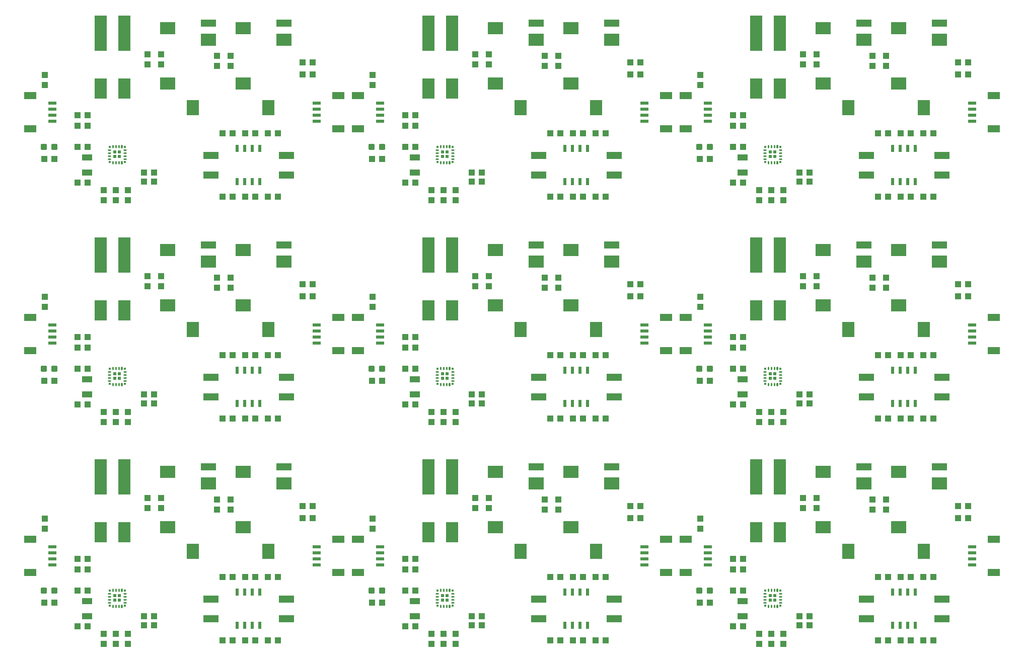
<source format=gtp>
G75*
%MOIN*%
%OFA0B0*%
%FSLAX25Y25*%
%IPPOS*%
%LPD*%
%AMOC8*
5,1,8,0,0,1.08239X$1,22.5*
%
%ADD10R,0.04331X0.03937*%
%ADD11R,0.03937X0.04331*%
%ADD12R,0.09843X0.04724*%
%ADD13C,0.01181*%
%ADD14R,0.09843X0.07874*%
%ADD15R,0.07874X0.09843*%
%ADD16R,0.07874X0.13780*%
%ADD17R,0.07874X0.23622*%
%ADD18R,0.07874X0.04724*%
%ADD19R,0.05315X0.02362*%
%ADD20C,0.01047*%
%ADD21R,0.01339X0.01339*%
%ADD22R,0.02264X0.02315*%
%ADD23R,0.02252X0.02406*%
%ADD24R,0.02390X0.02402*%
%ADD25R,0.02417X0.02339*%
%ADD26R,0.02362X0.04724*%
%ADD27R,0.07087X0.03937*%
D10*
X0065154Y0062250D03*
X0071846Y0062250D03*
X0049846Y0077750D03*
X0043154Y0077750D03*
X0065154Y0085750D03*
X0071846Y0085750D03*
X0071846Y0099750D03*
X0065154Y0099750D03*
X0065154Y0106750D03*
X0071846Y0106750D03*
X0109154Y0068750D03*
X0109154Y0062750D03*
X0115846Y0062750D03*
X0115846Y0068750D03*
X0161154Y0052750D03*
X0167846Y0052750D03*
X0176154Y0052750D03*
X0182846Y0052750D03*
X0191154Y0052750D03*
X0197846Y0052750D03*
X0197846Y0094750D03*
X0191154Y0094750D03*
X0182846Y0094750D03*
X0176154Y0094750D03*
X0167846Y0094750D03*
X0161154Y0094750D03*
X0214154Y0133750D03*
X0220846Y0133750D03*
X0220846Y0141750D03*
X0214154Y0141750D03*
X0282154Y0106750D03*
X0288846Y0106750D03*
X0288846Y0099750D03*
X0282154Y0099750D03*
X0282154Y0085750D03*
X0288846Y0085750D03*
X0266846Y0077750D03*
X0260154Y0077750D03*
X0282154Y0062250D03*
X0288846Y0062250D03*
X0326154Y0062750D03*
X0326154Y0068750D03*
X0332846Y0068750D03*
X0332846Y0062750D03*
X0378154Y0052750D03*
X0384846Y0052750D03*
X0393154Y0052750D03*
X0399846Y0052750D03*
X0408154Y0052750D03*
X0414846Y0052750D03*
X0414846Y0094750D03*
X0408154Y0094750D03*
X0399846Y0094750D03*
X0393154Y0094750D03*
X0384846Y0094750D03*
X0378154Y0094750D03*
X0431154Y0133750D03*
X0437846Y0133750D03*
X0437846Y0141750D03*
X0431154Y0141750D03*
X0499154Y0106750D03*
X0505846Y0106750D03*
X0505846Y0099750D03*
X0499154Y0099750D03*
X0499154Y0085750D03*
X0505846Y0085750D03*
X0483846Y0077750D03*
X0477154Y0077750D03*
X0499154Y0062250D03*
X0505846Y0062250D03*
X0543154Y0062750D03*
X0543154Y0068750D03*
X0549846Y0068750D03*
X0549846Y0062750D03*
X0595154Y0052750D03*
X0601846Y0052750D03*
X0610154Y0052750D03*
X0616846Y0052750D03*
X0625154Y0052750D03*
X0631846Y0052750D03*
X0631846Y0094750D03*
X0625154Y0094750D03*
X0616846Y0094750D03*
X0610154Y0094750D03*
X0601846Y0094750D03*
X0595154Y0094750D03*
X0648154Y0133750D03*
X0654846Y0133750D03*
X0654846Y0141750D03*
X0648154Y0141750D03*
X0631846Y0199750D03*
X0625154Y0199750D03*
X0616846Y0199750D03*
X0610154Y0199750D03*
X0601846Y0199750D03*
X0595154Y0199750D03*
X0549846Y0209750D03*
X0549846Y0215750D03*
X0543154Y0215750D03*
X0543154Y0209750D03*
X0505846Y0209250D03*
X0499154Y0209250D03*
X0483846Y0224750D03*
X0477154Y0224750D03*
X0499154Y0232750D03*
X0505846Y0232750D03*
X0505846Y0246750D03*
X0499154Y0246750D03*
X0499154Y0253750D03*
X0505846Y0253750D03*
X0437846Y0280750D03*
X0431154Y0280750D03*
X0431154Y0288750D03*
X0437846Y0288750D03*
X0414846Y0241750D03*
X0408154Y0241750D03*
X0399846Y0241750D03*
X0393154Y0241750D03*
X0384846Y0241750D03*
X0378154Y0241750D03*
X0332846Y0215750D03*
X0332846Y0209750D03*
X0326154Y0209750D03*
X0326154Y0215750D03*
X0288846Y0209250D03*
X0282154Y0209250D03*
X0266846Y0224750D03*
X0260154Y0224750D03*
X0282154Y0232750D03*
X0288846Y0232750D03*
X0288846Y0246750D03*
X0282154Y0246750D03*
X0282154Y0253750D03*
X0288846Y0253750D03*
X0220846Y0280750D03*
X0214154Y0280750D03*
X0214154Y0288750D03*
X0220846Y0288750D03*
X0197846Y0241750D03*
X0191154Y0241750D03*
X0182846Y0241750D03*
X0176154Y0241750D03*
X0167846Y0241750D03*
X0161154Y0241750D03*
X0115846Y0215750D03*
X0115846Y0209750D03*
X0109154Y0209750D03*
X0109154Y0215750D03*
X0071846Y0209250D03*
X0065154Y0209250D03*
X0049846Y0224750D03*
X0043154Y0224750D03*
X0065154Y0232750D03*
X0071846Y0232750D03*
X0071846Y0246750D03*
X0065154Y0246750D03*
X0065154Y0253750D03*
X0071846Y0253750D03*
X0161154Y0199750D03*
X0167846Y0199750D03*
X0176154Y0199750D03*
X0182846Y0199750D03*
X0191154Y0199750D03*
X0197846Y0199750D03*
X0378154Y0199750D03*
X0384846Y0199750D03*
X0393154Y0199750D03*
X0399846Y0199750D03*
X0408154Y0199750D03*
X0414846Y0199750D03*
X0595154Y0241750D03*
X0601846Y0241750D03*
X0610154Y0241750D03*
X0616846Y0241750D03*
X0625154Y0241750D03*
X0631846Y0241750D03*
X0648154Y0280750D03*
X0654846Y0280750D03*
X0654846Y0288750D03*
X0648154Y0288750D03*
X0631846Y0346750D03*
X0625154Y0346750D03*
X0616846Y0346750D03*
X0610154Y0346750D03*
X0601846Y0346750D03*
X0595154Y0346750D03*
X0549846Y0356750D03*
X0549846Y0362750D03*
X0543154Y0362750D03*
X0543154Y0356750D03*
X0505846Y0356250D03*
X0499154Y0356250D03*
X0483846Y0371750D03*
X0477154Y0371750D03*
X0499154Y0379750D03*
X0505846Y0379750D03*
X0505846Y0393750D03*
X0499154Y0393750D03*
X0499154Y0400750D03*
X0505846Y0400750D03*
X0437846Y0427750D03*
X0431154Y0427750D03*
X0431154Y0435750D03*
X0437846Y0435750D03*
X0414846Y0388750D03*
X0408154Y0388750D03*
X0399846Y0388750D03*
X0393154Y0388750D03*
X0384846Y0388750D03*
X0378154Y0388750D03*
X0332846Y0362750D03*
X0332846Y0356750D03*
X0326154Y0356750D03*
X0326154Y0362750D03*
X0288846Y0356250D03*
X0282154Y0356250D03*
X0266846Y0371750D03*
X0260154Y0371750D03*
X0282154Y0379750D03*
X0288846Y0379750D03*
X0288846Y0393750D03*
X0282154Y0393750D03*
X0282154Y0400750D03*
X0288846Y0400750D03*
X0220846Y0427750D03*
X0214154Y0427750D03*
X0214154Y0435750D03*
X0220846Y0435750D03*
X0197846Y0388750D03*
X0191154Y0388750D03*
X0182846Y0388750D03*
X0176154Y0388750D03*
X0167846Y0388750D03*
X0161154Y0388750D03*
X0115846Y0362750D03*
X0115846Y0356750D03*
X0109154Y0356750D03*
X0109154Y0362750D03*
X0071846Y0356250D03*
X0065154Y0356250D03*
X0049846Y0371750D03*
X0043154Y0371750D03*
X0065154Y0379750D03*
X0071846Y0379750D03*
X0071846Y0393750D03*
X0065154Y0393750D03*
X0065154Y0400750D03*
X0071846Y0400750D03*
X0161154Y0346750D03*
X0167846Y0346750D03*
X0176154Y0346750D03*
X0182846Y0346750D03*
X0191154Y0346750D03*
X0197846Y0346750D03*
X0378154Y0346750D03*
X0384846Y0346750D03*
X0393154Y0346750D03*
X0399846Y0346750D03*
X0408154Y0346750D03*
X0414846Y0346750D03*
X0595154Y0388750D03*
X0601846Y0388750D03*
X0610154Y0388750D03*
X0616846Y0388750D03*
X0625154Y0388750D03*
X0631846Y0388750D03*
X0648154Y0427750D03*
X0654846Y0427750D03*
X0654846Y0435750D03*
X0648154Y0435750D03*
D11*
X0600500Y0433404D03*
X0600500Y0440096D03*
X0591500Y0440096D03*
X0591500Y0433404D03*
X0554500Y0434404D03*
X0554500Y0441096D03*
X0545500Y0441096D03*
X0545500Y0434404D03*
X0477500Y0427596D03*
X0477500Y0420904D03*
X0516500Y0351096D03*
X0516500Y0344404D03*
X0524500Y0344404D03*
X0524500Y0351096D03*
X0532500Y0351096D03*
X0532500Y0344404D03*
X0545500Y0294096D03*
X0545500Y0287404D03*
X0554500Y0287404D03*
X0554500Y0294096D03*
X0591500Y0293096D03*
X0591500Y0286404D03*
X0600500Y0286404D03*
X0600500Y0293096D03*
X0532500Y0204096D03*
X0532500Y0197404D03*
X0524500Y0197404D03*
X0524500Y0204096D03*
X0516500Y0204096D03*
X0516500Y0197404D03*
X0545500Y0147096D03*
X0545500Y0140404D03*
X0554500Y0140404D03*
X0554500Y0147096D03*
X0591500Y0146096D03*
X0591500Y0139404D03*
X0600500Y0139404D03*
X0600500Y0146096D03*
X0532500Y0057096D03*
X0532500Y0050404D03*
X0524500Y0050404D03*
X0524500Y0057096D03*
X0516500Y0057096D03*
X0516500Y0050404D03*
X0477500Y0126904D03*
X0477500Y0133596D03*
X0383500Y0139404D03*
X0383500Y0146096D03*
X0374500Y0146096D03*
X0374500Y0139404D03*
X0337500Y0140404D03*
X0337500Y0147096D03*
X0328500Y0147096D03*
X0328500Y0140404D03*
X0260500Y0133596D03*
X0260500Y0126904D03*
X0299500Y0057096D03*
X0299500Y0050404D03*
X0307500Y0050404D03*
X0307500Y0057096D03*
X0315500Y0057096D03*
X0315500Y0050404D03*
X0166500Y0139404D03*
X0166500Y0146096D03*
X0157500Y0146096D03*
X0157500Y0139404D03*
X0120500Y0140404D03*
X0120500Y0147096D03*
X0111500Y0147096D03*
X0111500Y0140404D03*
X0043500Y0133596D03*
X0043500Y0126904D03*
X0082500Y0057096D03*
X0082500Y0050404D03*
X0090500Y0050404D03*
X0090500Y0057096D03*
X0098500Y0057096D03*
X0098500Y0050404D03*
X0098500Y0197404D03*
X0098500Y0204096D03*
X0090500Y0204096D03*
X0090500Y0197404D03*
X0082500Y0197404D03*
X0082500Y0204096D03*
X0043500Y0273904D03*
X0043500Y0280596D03*
X0111500Y0287404D03*
X0111500Y0294096D03*
X0120500Y0294096D03*
X0120500Y0287404D03*
X0157500Y0286404D03*
X0157500Y0293096D03*
X0166500Y0293096D03*
X0166500Y0286404D03*
X0098500Y0344404D03*
X0098500Y0351096D03*
X0090500Y0351096D03*
X0090500Y0344404D03*
X0082500Y0344404D03*
X0082500Y0351096D03*
X0043500Y0420904D03*
X0043500Y0427596D03*
X0111500Y0434404D03*
X0111500Y0441096D03*
X0120500Y0441096D03*
X0120500Y0434404D03*
X0157500Y0433404D03*
X0157500Y0440096D03*
X0166500Y0440096D03*
X0166500Y0433404D03*
X0260500Y0427596D03*
X0260500Y0420904D03*
X0328500Y0434404D03*
X0328500Y0441096D03*
X0337500Y0441096D03*
X0337500Y0434404D03*
X0374500Y0433404D03*
X0374500Y0440096D03*
X0383500Y0440096D03*
X0383500Y0433404D03*
X0315500Y0351096D03*
X0315500Y0344404D03*
X0307500Y0344404D03*
X0307500Y0351096D03*
X0299500Y0351096D03*
X0299500Y0344404D03*
X0328500Y0294096D03*
X0328500Y0287404D03*
X0337500Y0287404D03*
X0337500Y0294096D03*
X0374500Y0293096D03*
X0374500Y0286404D03*
X0383500Y0286404D03*
X0383500Y0293096D03*
X0477500Y0280596D03*
X0477500Y0273904D03*
X0315500Y0204096D03*
X0315500Y0197404D03*
X0307500Y0197404D03*
X0307500Y0204096D03*
X0299500Y0204096D03*
X0299500Y0197404D03*
X0260500Y0273904D03*
X0260500Y0280596D03*
D12*
X0202083Y0314844D03*
X0152083Y0314844D03*
X0153500Y0361254D03*
X0153500Y0374246D03*
X0203500Y0374246D03*
X0203500Y0361254D03*
X0202083Y0461844D03*
X0152083Y0461844D03*
X0369083Y0461844D03*
X0419083Y0461844D03*
X0420500Y0374246D03*
X0420500Y0361254D03*
X0370500Y0361254D03*
X0370500Y0374246D03*
X0369083Y0314844D03*
X0419083Y0314844D03*
X0420500Y0227246D03*
X0420500Y0214254D03*
X0370500Y0214254D03*
X0370500Y0227246D03*
X0369083Y0167844D03*
X0419083Y0167844D03*
X0420500Y0080246D03*
X0420500Y0067254D03*
X0370500Y0067254D03*
X0370500Y0080246D03*
X0203500Y0080246D03*
X0203500Y0067254D03*
X0153500Y0067254D03*
X0153500Y0080246D03*
X0152083Y0167844D03*
X0202083Y0167844D03*
X0203500Y0214254D03*
X0203500Y0227246D03*
X0153500Y0227246D03*
X0153500Y0214254D03*
X0587500Y0214254D03*
X0587500Y0227246D03*
X0637500Y0227246D03*
X0637500Y0214254D03*
X0636083Y0167844D03*
X0586083Y0167844D03*
X0587500Y0080246D03*
X0587500Y0067254D03*
X0637500Y0067254D03*
X0637500Y0080246D03*
X0636083Y0314844D03*
X0586083Y0314844D03*
X0587500Y0361254D03*
X0587500Y0374246D03*
X0637500Y0374246D03*
X0637500Y0361254D03*
X0636083Y0461844D03*
X0586083Y0461844D03*
D13*
X0485331Y0381128D02*
X0485331Y0378372D01*
X0482575Y0378372D01*
X0482575Y0381128D01*
X0485331Y0381128D01*
X0485331Y0379494D02*
X0482575Y0379494D01*
X0482575Y0380616D02*
X0485331Y0380616D01*
X0478425Y0381128D02*
X0478425Y0378372D01*
X0475669Y0378372D01*
X0475669Y0381128D01*
X0478425Y0381128D01*
X0478425Y0379494D02*
X0475669Y0379494D01*
X0475669Y0380616D02*
X0478425Y0380616D01*
X0478425Y0234128D02*
X0478425Y0231372D01*
X0475669Y0231372D01*
X0475669Y0234128D01*
X0478425Y0234128D01*
X0478425Y0232494D02*
X0475669Y0232494D01*
X0475669Y0233616D02*
X0478425Y0233616D01*
X0485331Y0234128D02*
X0485331Y0231372D01*
X0482575Y0231372D01*
X0482575Y0234128D01*
X0485331Y0234128D01*
X0485331Y0232494D02*
X0482575Y0232494D01*
X0482575Y0233616D02*
X0485331Y0233616D01*
X0485331Y0087128D02*
X0485331Y0084372D01*
X0482575Y0084372D01*
X0482575Y0087128D01*
X0485331Y0087128D01*
X0485331Y0085494D02*
X0482575Y0085494D01*
X0482575Y0086616D02*
X0485331Y0086616D01*
X0478425Y0087128D02*
X0478425Y0084372D01*
X0475669Y0084372D01*
X0475669Y0087128D01*
X0478425Y0087128D01*
X0478425Y0085494D02*
X0475669Y0085494D01*
X0475669Y0086616D02*
X0478425Y0086616D01*
X0268331Y0087128D02*
X0268331Y0084372D01*
X0265575Y0084372D01*
X0265575Y0087128D01*
X0268331Y0087128D01*
X0268331Y0085494D02*
X0265575Y0085494D01*
X0265575Y0086616D02*
X0268331Y0086616D01*
X0261425Y0087128D02*
X0261425Y0084372D01*
X0258669Y0084372D01*
X0258669Y0087128D01*
X0261425Y0087128D01*
X0261425Y0085494D02*
X0258669Y0085494D01*
X0258669Y0086616D02*
X0261425Y0086616D01*
X0261425Y0231372D02*
X0261425Y0234128D01*
X0261425Y0231372D02*
X0258669Y0231372D01*
X0258669Y0234128D01*
X0261425Y0234128D01*
X0261425Y0232494D02*
X0258669Y0232494D01*
X0258669Y0233616D02*
X0261425Y0233616D01*
X0268331Y0234128D02*
X0268331Y0231372D01*
X0265575Y0231372D01*
X0265575Y0234128D01*
X0268331Y0234128D01*
X0268331Y0232494D02*
X0265575Y0232494D01*
X0265575Y0233616D02*
X0268331Y0233616D01*
X0268331Y0378372D02*
X0268331Y0381128D01*
X0268331Y0378372D02*
X0265575Y0378372D01*
X0265575Y0381128D01*
X0268331Y0381128D01*
X0268331Y0379494D02*
X0265575Y0379494D01*
X0265575Y0380616D02*
X0268331Y0380616D01*
X0261425Y0381128D02*
X0261425Y0378372D01*
X0258669Y0378372D01*
X0258669Y0381128D01*
X0261425Y0381128D01*
X0261425Y0379494D02*
X0258669Y0379494D01*
X0258669Y0380616D02*
X0261425Y0380616D01*
X0051331Y0381128D02*
X0051331Y0378372D01*
X0048575Y0378372D01*
X0048575Y0381128D01*
X0051331Y0381128D01*
X0051331Y0379494D02*
X0048575Y0379494D01*
X0048575Y0380616D02*
X0051331Y0380616D01*
X0044425Y0381128D02*
X0044425Y0378372D01*
X0041669Y0378372D01*
X0041669Y0381128D01*
X0044425Y0381128D01*
X0044425Y0379494D02*
X0041669Y0379494D01*
X0041669Y0380616D02*
X0044425Y0380616D01*
X0044425Y0234128D02*
X0044425Y0231372D01*
X0041669Y0231372D01*
X0041669Y0234128D01*
X0044425Y0234128D01*
X0044425Y0232494D02*
X0041669Y0232494D01*
X0041669Y0233616D02*
X0044425Y0233616D01*
X0051331Y0234128D02*
X0051331Y0231372D01*
X0048575Y0231372D01*
X0048575Y0234128D01*
X0051331Y0234128D01*
X0051331Y0232494D02*
X0048575Y0232494D01*
X0048575Y0233616D02*
X0051331Y0233616D01*
X0051331Y0087128D02*
X0051331Y0084372D01*
X0048575Y0084372D01*
X0048575Y0087128D01*
X0051331Y0087128D01*
X0051331Y0085494D02*
X0048575Y0085494D01*
X0048575Y0086616D02*
X0051331Y0086616D01*
X0044425Y0087128D02*
X0044425Y0084372D01*
X0041669Y0084372D01*
X0041669Y0087128D01*
X0044425Y0087128D01*
X0044425Y0085494D02*
X0041669Y0085494D01*
X0041669Y0086616D02*
X0044425Y0086616D01*
D14*
X0124917Y0127687D03*
X0152083Y0156821D03*
X0174917Y0164301D03*
X0202083Y0156821D03*
X0174917Y0127687D03*
X0124917Y0164301D03*
X0124917Y0274687D03*
X0152083Y0303821D03*
X0174917Y0311301D03*
X0202083Y0303821D03*
X0174917Y0274687D03*
X0124917Y0311301D03*
X0124917Y0421687D03*
X0152083Y0450821D03*
X0174917Y0458301D03*
X0202083Y0450821D03*
X0174917Y0421687D03*
X0124917Y0458301D03*
X0341917Y0458301D03*
X0369083Y0450821D03*
X0391917Y0458301D03*
X0419083Y0450821D03*
X0391917Y0421687D03*
X0341917Y0421687D03*
X0341917Y0311301D03*
X0369083Y0303821D03*
X0391917Y0311301D03*
X0419083Y0303821D03*
X0391917Y0274687D03*
X0341917Y0274687D03*
X0341917Y0164301D03*
X0369083Y0156821D03*
X0391917Y0164301D03*
X0419083Y0156821D03*
X0391917Y0127687D03*
X0341917Y0127687D03*
X0558917Y0127687D03*
X0586083Y0156821D03*
X0608917Y0164301D03*
X0636083Y0156821D03*
X0608917Y0127687D03*
X0558917Y0164301D03*
X0558917Y0274687D03*
X0586083Y0303821D03*
X0608917Y0311301D03*
X0636083Y0303821D03*
X0608917Y0274687D03*
X0558917Y0311301D03*
X0558917Y0421687D03*
X0586083Y0450821D03*
X0608917Y0458301D03*
X0636083Y0450821D03*
X0608917Y0421687D03*
X0558917Y0458301D03*
D15*
X0575453Y0405742D03*
X0625453Y0405742D03*
X0625453Y0258742D03*
X0575453Y0258742D03*
X0408453Y0258742D03*
X0358453Y0258742D03*
X0191453Y0258742D03*
X0141453Y0258742D03*
X0141453Y0111742D03*
X0191453Y0111742D03*
X0358453Y0111742D03*
X0408453Y0111742D03*
X0575453Y0111742D03*
X0625453Y0111742D03*
X0408453Y0405742D03*
X0358453Y0405742D03*
X0191453Y0405742D03*
X0141453Y0405742D03*
D16*
X0096374Y0418581D03*
X0080626Y0418581D03*
X0080626Y0271581D03*
X0096374Y0271581D03*
X0096374Y0124581D03*
X0080626Y0124581D03*
X0297626Y0124581D03*
X0313374Y0124581D03*
X0313374Y0271581D03*
X0297626Y0271581D03*
X0297626Y0418581D03*
X0313374Y0418581D03*
X0514626Y0418581D03*
X0530374Y0418581D03*
X0530374Y0271581D03*
X0514626Y0271581D03*
X0514626Y0124581D03*
X0530374Y0124581D03*
D17*
X0530374Y0160998D03*
X0514626Y0160998D03*
X0514626Y0307998D03*
X0530374Y0307998D03*
X0530374Y0454998D03*
X0514626Y0454998D03*
X0313374Y0454998D03*
X0297626Y0454998D03*
X0297626Y0307998D03*
X0313374Y0307998D03*
X0313374Y0160998D03*
X0297626Y0160998D03*
X0096374Y0160998D03*
X0080626Y0160998D03*
X0080626Y0307998D03*
X0096374Y0307998D03*
X0096374Y0454998D03*
X0080626Y0454998D03*
D18*
X0034031Y0413774D03*
X0034031Y0391726D03*
X0034031Y0266774D03*
X0034031Y0244726D03*
X0034031Y0119774D03*
X0034031Y0097726D03*
X0237969Y0097726D03*
X0251031Y0097726D03*
X0251031Y0119774D03*
X0237969Y0119774D03*
X0237969Y0244726D03*
X0251031Y0244726D03*
X0251031Y0266774D03*
X0237969Y0266774D03*
X0237969Y0391726D03*
X0251031Y0391726D03*
X0251031Y0413774D03*
X0237969Y0413774D03*
X0454969Y0413774D03*
X0468031Y0413774D03*
X0468031Y0391726D03*
X0454969Y0391726D03*
X0454969Y0266774D03*
X0468031Y0266774D03*
X0468031Y0244726D03*
X0454969Y0244726D03*
X0454969Y0119774D03*
X0468031Y0119774D03*
X0468031Y0097726D03*
X0454969Y0097726D03*
X0671969Y0097726D03*
X0671969Y0119774D03*
X0671969Y0244726D03*
X0671969Y0266774D03*
X0671969Y0391726D03*
X0671969Y0413774D03*
D19*
X0657500Y0408656D03*
X0657500Y0404719D03*
X0657500Y0400781D03*
X0657500Y0396844D03*
X0657500Y0261656D03*
X0657500Y0257719D03*
X0657500Y0253781D03*
X0657500Y0249844D03*
X0657500Y0114656D03*
X0657500Y0110719D03*
X0657500Y0106781D03*
X0657500Y0102844D03*
X0482500Y0102844D03*
X0482500Y0106781D03*
X0482500Y0110719D03*
X0482500Y0114656D03*
X0440500Y0114656D03*
X0440500Y0110719D03*
X0440500Y0106781D03*
X0440500Y0102844D03*
X0265500Y0102844D03*
X0265500Y0106781D03*
X0265500Y0110719D03*
X0265500Y0114656D03*
X0223500Y0114656D03*
X0223500Y0110719D03*
X0223500Y0106781D03*
X0223500Y0102844D03*
X0048500Y0102844D03*
X0048500Y0106781D03*
X0048500Y0110719D03*
X0048500Y0114656D03*
X0048500Y0249844D03*
X0048500Y0253781D03*
X0048500Y0257719D03*
X0048500Y0261656D03*
X0048500Y0396844D03*
X0048500Y0400781D03*
X0048500Y0404719D03*
X0048500Y0408656D03*
X0223500Y0408656D03*
X0223500Y0404719D03*
X0223500Y0400781D03*
X0223500Y0396844D03*
X0265500Y0396844D03*
X0265500Y0400781D03*
X0265500Y0404719D03*
X0265500Y0408656D03*
X0440500Y0408656D03*
X0440500Y0404719D03*
X0440500Y0400781D03*
X0440500Y0396844D03*
X0482500Y0396844D03*
X0482500Y0400781D03*
X0482500Y0404719D03*
X0482500Y0408656D03*
X0482500Y0261656D03*
X0482500Y0257719D03*
X0482500Y0253781D03*
X0482500Y0249844D03*
X0440500Y0249844D03*
X0440500Y0253781D03*
X0440500Y0257719D03*
X0440500Y0261656D03*
X0265500Y0261656D03*
X0265500Y0257719D03*
X0265500Y0253781D03*
X0265500Y0249844D03*
X0223500Y0249844D03*
X0223500Y0253781D03*
X0223500Y0257719D03*
X0223500Y0261656D03*
D20*
X0303922Y0230731D02*
X0303922Y0230675D01*
X0302566Y0230675D01*
X0302566Y0230731D01*
X0303922Y0230731D01*
X0303922Y0228762D02*
X0303922Y0228706D01*
X0302566Y0228706D01*
X0302566Y0228762D01*
X0303922Y0228762D01*
X0303922Y0226794D02*
X0303922Y0226738D01*
X0302566Y0226738D01*
X0302566Y0226794D01*
X0303922Y0226794D01*
X0303922Y0224825D02*
X0303922Y0224769D01*
X0302566Y0224769D01*
X0302566Y0224825D01*
X0303922Y0224825D01*
X0305519Y0221816D02*
X0305575Y0221816D01*
X0305519Y0221816D02*
X0305519Y0223172D01*
X0305575Y0223172D01*
X0305575Y0221816D01*
X0305575Y0222811D02*
X0305519Y0222811D01*
X0307488Y0221816D02*
X0307544Y0221816D01*
X0307488Y0221816D02*
X0307488Y0223172D01*
X0307544Y0223172D01*
X0307544Y0221816D01*
X0307544Y0222811D02*
X0307488Y0222811D01*
X0309456Y0221816D02*
X0309512Y0221816D01*
X0309456Y0221816D02*
X0309456Y0223172D01*
X0309512Y0223172D01*
X0309512Y0221816D01*
X0309512Y0222811D02*
X0309456Y0222811D01*
X0311425Y0221816D02*
X0311481Y0221816D01*
X0311425Y0221816D02*
X0311425Y0223172D01*
X0311481Y0223172D01*
X0311481Y0221816D01*
X0311481Y0222811D02*
X0311425Y0222811D01*
X0313078Y0224769D02*
X0313078Y0224825D01*
X0314434Y0224825D01*
X0314434Y0224769D01*
X0313078Y0224769D01*
X0313078Y0226738D02*
X0313078Y0226794D01*
X0314434Y0226794D01*
X0314434Y0226738D01*
X0313078Y0226738D01*
X0313078Y0228706D02*
X0313078Y0228762D01*
X0314434Y0228762D01*
X0314434Y0228706D01*
X0313078Y0228706D01*
X0313078Y0230675D02*
X0313078Y0230731D01*
X0314434Y0230731D01*
X0314434Y0230675D01*
X0313078Y0230675D01*
X0311481Y0233684D02*
X0311425Y0233684D01*
X0311481Y0233684D02*
X0311481Y0232328D01*
X0311425Y0232328D01*
X0311425Y0233684D01*
X0311425Y0233323D02*
X0311481Y0233323D01*
X0309512Y0233684D02*
X0309456Y0233684D01*
X0309512Y0233684D02*
X0309512Y0232328D01*
X0309456Y0232328D01*
X0309456Y0233684D01*
X0309456Y0233323D02*
X0309512Y0233323D01*
X0307544Y0233684D02*
X0307488Y0233684D01*
X0307544Y0233684D02*
X0307544Y0232328D01*
X0307488Y0232328D01*
X0307488Y0233684D01*
X0307488Y0233323D02*
X0307544Y0233323D01*
X0305575Y0233684D02*
X0305519Y0233684D01*
X0305575Y0233684D02*
X0305575Y0232328D01*
X0305519Y0232328D01*
X0305519Y0233684D01*
X0305519Y0233323D02*
X0305575Y0233323D01*
X0305575Y0368816D02*
X0305519Y0368816D01*
X0305519Y0370172D01*
X0305575Y0370172D01*
X0305575Y0368816D01*
X0305575Y0369811D02*
X0305519Y0369811D01*
X0307488Y0368816D02*
X0307544Y0368816D01*
X0307488Y0368816D02*
X0307488Y0370172D01*
X0307544Y0370172D01*
X0307544Y0368816D01*
X0307544Y0369811D02*
X0307488Y0369811D01*
X0309456Y0368816D02*
X0309512Y0368816D01*
X0309456Y0368816D02*
X0309456Y0370172D01*
X0309512Y0370172D01*
X0309512Y0368816D01*
X0309512Y0369811D02*
X0309456Y0369811D01*
X0311425Y0368816D02*
X0311481Y0368816D01*
X0311425Y0368816D02*
X0311425Y0370172D01*
X0311481Y0370172D01*
X0311481Y0368816D01*
X0311481Y0369811D02*
X0311425Y0369811D01*
X0313078Y0371769D02*
X0313078Y0371825D01*
X0314434Y0371825D01*
X0314434Y0371769D01*
X0313078Y0371769D01*
X0313078Y0373738D02*
X0313078Y0373794D01*
X0314434Y0373794D01*
X0314434Y0373738D01*
X0313078Y0373738D01*
X0313078Y0375706D02*
X0313078Y0375762D01*
X0314434Y0375762D01*
X0314434Y0375706D01*
X0313078Y0375706D01*
X0313078Y0377675D02*
X0313078Y0377731D01*
X0314434Y0377731D01*
X0314434Y0377675D01*
X0313078Y0377675D01*
X0311481Y0380684D02*
X0311425Y0380684D01*
X0311481Y0380684D02*
X0311481Y0379328D01*
X0311425Y0379328D01*
X0311425Y0380684D01*
X0311425Y0380323D02*
X0311481Y0380323D01*
X0309512Y0380684D02*
X0309456Y0380684D01*
X0309512Y0380684D02*
X0309512Y0379328D01*
X0309456Y0379328D01*
X0309456Y0380684D01*
X0309456Y0380323D02*
X0309512Y0380323D01*
X0307544Y0380684D02*
X0307488Y0380684D01*
X0307544Y0380684D02*
X0307544Y0379328D01*
X0307488Y0379328D01*
X0307488Y0380684D01*
X0307488Y0380323D02*
X0307544Y0380323D01*
X0305575Y0380684D02*
X0305519Y0380684D01*
X0305575Y0380684D02*
X0305575Y0379328D01*
X0305519Y0379328D01*
X0305519Y0380684D01*
X0305519Y0380323D02*
X0305575Y0380323D01*
X0303922Y0377731D02*
X0303922Y0377675D01*
X0302566Y0377675D01*
X0302566Y0377731D01*
X0303922Y0377731D01*
X0303922Y0375762D02*
X0303922Y0375706D01*
X0302566Y0375706D01*
X0302566Y0375762D01*
X0303922Y0375762D01*
X0303922Y0373794D02*
X0303922Y0373738D01*
X0302566Y0373738D01*
X0302566Y0373794D01*
X0303922Y0373794D01*
X0303922Y0371825D02*
X0303922Y0371769D01*
X0302566Y0371769D01*
X0302566Y0371825D01*
X0303922Y0371825D01*
X0096078Y0371769D02*
X0096078Y0371825D01*
X0097434Y0371825D01*
X0097434Y0371769D01*
X0096078Y0371769D01*
X0096078Y0373738D02*
X0096078Y0373794D01*
X0097434Y0373794D01*
X0097434Y0373738D01*
X0096078Y0373738D01*
X0096078Y0375706D02*
X0096078Y0375762D01*
X0097434Y0375762D01*
X0097434Y0375706D01*
X0096078Y0375706D01*
X0096078Y0377675D02*
X0096078Y0377731D01*
X0097434Y0377731D01*
X0097434Y0377675D01*
X0096078Y0377675D01*
X0094481Y0380684D02*
X0094425Y0380684D01*
X0094481Y0380684D02*
X0094481Y0379328D01*
X0094425Y0379328D01*
X0094425Y0380684D01*
X0094425Y0380323D02*
X0094481Y0380323D01*
X0092512Y0380684D02*
X0092456Y0380684D01*
X0092512Y0380684D02*
X0092512Y0379328D01*
X0092456Y0379328D01*
X0092456Y0380684D01*
X0092456Y0380323D02*
X0092512Y0380323D01*
X0090544Y0380684D02*
X0090488Y0380684D01*
X0090544Y0380684D02*
X0090544Y0379328D01*
X0090488Y0379328D01*
X0090488Y0380684D01*
X0090488Y0380323D02*
X0090544Y0380323D01*
X0088575Y0380684D02*
X0088519Y0380684D01*
X0088575Y0380684D02*
X0088575Y0379328D01*
X0088519Y0379328D01*
X0088519Y0380684D01*
X0088519Y0380323D02*
X0088575Y0380323D01*
X0086922Y0377731D02*
X0086922Y0377675D01*
X0085566Y0377675D01*
X0085566Y0377731D01*
X0086922Y0377731D01*
X0086922Y0375762D02*
X0086922Y0375706D01*
X0085566Y0375706D01*
X0085566Y0375762D01*
X0086922Y0375762D01*
X0086922Y0373794D02*
X0086922Y0373738D01*
X0085566Y0373738D01*
X0085566Y0373794D01*
X0086922Y0373794D01*
X0086922Y0371825D02*
X0086922Y0371769D01*
X0085566Y0371769D01*
X0085566Y0371825D01*
X0086922Y0371825D01*
X0088519Y0368816D02*
X0088575Y0368816D01*
X0088519Y0368816D02*
X0088519Y0370172D01*
X0088575Y0370172D01*
X0088575Y0368816D01*
X0088575Y0369811D02*
X0088519Y0369811D01*
X0090488Y0368816D02*
X0090544Y0368816D01*
X0090488Y0368816D02*
X0090488Y0370172D01*
X0090544Y0370172D01*
X0090544Y0368816D01*
X0090544Y0369811D02*
X0090488Y0369811D01*
X0092456Y0368816D02*
X0092512Y0368816D01*
X0092456Y0368816D02*
X0092456Y0370172D01*
X0092512Y0370172D01*
X0092512Y0368816D01*
X0092512Y0369811D02*
X0092456Y0369811D01*
X0094425Y0368816D02*
X0094481Y0368816D01*
X0094425Y0368816D02*
X0094425Y0370172D01*
X0094481Y0370172D01*
X0094481Y0368816D01*
X0094481Y0369811D02*
X0094425Y0369811D01*
X0094425Y0233684D02*
X0094481Y0233684D01*
X0094481Y0232328D01*
X0094425Y0232328D01*
X0094425Y0233684D01*
X0094425Y0233323D02*
X0094481Y0233323D01*
X0092512Y0233684D02*
X0092456Y0233684D01*
X0092512Y0233684D02*
X0092512Y0232328D01*
X0092456Y0232328D01*
X0092456Y0233684D01*
X0092456Y0233323D02*
X0092512Y0233323D01*
X0090544Y0233684D02*
X0090488Y0233684D01*
X0090544Y0233684D02*
X0090544Y0232328D01*
X0090488Y0232328D01*
X0090488Y0233684D01*
X0090488Y0233323D02*
X0090544Y0233323D01*
X0088575Y0233684D02*
X0088519Y0233684D01*
X0088575Y0233684D02*
X0088575Y0232328D01*
X0088519Y0232328D01*
X0088519Y0233684D01*
X0088519Y0233323D02*
X0088575Y0233323D01*
X0086922Y0230731D02*
X0086922Y0230675D01*
X0085566Y0230675D01*
X0085566Y0230731D01*
X0086922Y0230731D01*
X0086922Y0228762D02*
X0086922Y0228706D01*
X0085566Y0228706D01*
X0085566Y0228762D01*
X0086922Y0228762D01*
X0086922Y0226794D02*
X0086922Y0226738D01*
X0085566Y0226738D01*
X0085566Y0226794D01*
X0086922Y0226794D01*
X0086922Y0224825D02*
X0086922Y0224769D01*
X0085566Y0224769D01*
X0085566Y0224825D01*
X0086922Y0224825D01*
X0088519Y0221816D02*
X0088575Y0221816D01*
X0088519Y0221816D02*
X0088519Y0223172D01*
X0088575Y0223172D01*
X0088575Y0221816D01*
X0088575Y0222811D02*
X0088519Y0222811D01*
X0090488Y0221816D02*
X0090544Y0221816D01*
X0090488Y0221816D02*
X0090488Y0223172D01*
X0090544Y0223172D01*
X0090544Y0221816D01*
X0090544Y0222811D02*
X0090488Y0222811D01*
X0092456Y0221816D02*
X0092512Y0221816D01*
X0092456Y0221816D02*
X0092456Y0223172D01*
X0092512Y0223172D01*
X0092512Y0221816D01*
X0092512Y0222811D02*
X0092456Y0222811D01*
X0094425Y0221816D02*
X0094481Y0221816D01*
X0094425Y0221816D02*
X0094425Y0223172D01*
X0094481Y0223172D01*
X0094481Y0221816D01*
X0094481Y0222811D02*
X0094425Y0222811D01*
X0096078Y0224769D02*
X0096078Y0224825D01*
X0097434Y0224825D01*
X0097434Y0224769D01*
X0096078Y0224769D01*
X0096078Y0226738D02*
X0096078Y0226794D01*
X0097434Y0226794D01*
X0097434Y0226738D01*
X0096078Y0226738D01*
X0096078Y0228706D02*
X0096078Y0228762D01*
X0097434Y0228762D01*
X0097434Y0228706D01*
X0096078Y0228706D01*
X0096078Y0230675D02*
X0096078Y0230731D01*
X0097434Y0230731D01*
X0097434Y0230675D01*
X0096078Y0230675D01*
X0094481Y0086684D02*
X0094425Y0086684D01*
X0094481Y0086684D02*
X0094481Y0085328D01*
X0094425Y0085328D01*
X0094425Y0086684D01*
X0094425Y0086323D02*
X0094481Y0086323D01*
X0092512Y0086684D02*
X0092456Y0086684D01*
X0092512Y0086684D02*
X0092512Y0085328D01*
X0092456Y0085328D01*
X0092456Y0086684D01*
X0092456Y0086323D02*
X0092512Y0086323D01*
X0090544Y0086684D02*
X0090488Y0086684D01*
X0090544Y0086684D02*
X0090544Y0085328D01*
X0090488Y0085328D01*
X0090488Y0086684D01*
X0090488Y0086323D02*
X0090544Y0086323D01*
X0088575Y0086684D02*
X0088519Y0086684D01*
X0088575Y0086684D02*
X0088575Y0085328D01*
X0088519Y0085328D01*
X0088519Y0086684D01*
X0088519Y0086323D02*
X0088575Y0086323D01*
X0086922Y0083731D02*
X0086922Y0083675D01*
X0085566Y0083675D01*
X0085566Y0083731D01*
X0086922Y0083731D01*
X0086922Y0081762D02*
X0086922Y0081706D01*
X0085566Y0081706D01*
X0085566Y0081762D01*
X0086922Y0081762D01*
X0086922Y0079794D02*
X0086922Y0079738D01*
X0085566Y0079738D01*
X0085566Y0079794D01*
X0086922Y0079794D01*
X0086922Y0077825D02*
X0086922Y0077769D01*
X0085566Y0077769D01*
X0085566Y0077825D01*
X0086922Y0077825D01*
X0088519Y0074816D02*
X0088575Y0074816D01*
X0088519Y0074816D02*
X0088519Y0076172D01*
X0088575Y0076172D01*
X0088575Y0074816D01*
X0088575Y0075811D02*
X0088519Y0075811D01*
X0090488Y0074816D02*
X0090544Y0074816D01*
X0090488Y0074816D02*
X0090488Y0076172D01*
X0090544Y0076172D01*
X0090544Y0074816D01*
X0090544Y0075811D02*
X0090488Y0075811D01*
X0092456Y0074816D02*
X0092512Y0074816D01*
X0092456Y0074816D02*
X0092456Y0076172D01*
X0092512Y0076172D01*
X0092512Y0074816D01*
X0092512Y0075811D02*
X0092456Y0075811D01*
X0094425Y0074816D02*
X0094481Y0074816D01*
X0094425Y0074816D02*
X0094425Y0076172D01*
X0094481Y0076172D01*
X0094481Y0074816D01*
X0094481Y0075811D02*
X0094425Y0075811D01*
X0096078Y0077769D02*
X0096078Y0077825D01*
X0097434Y0077825D01*
X0097434Y0077769D01*
X0096078Y0077769D01*
X0096078Y0079738D02*
X0096078Y0079794D01*
X0097434Y0079794D01*
X0097434Y0079738D01*
X0096078Y0079738D01*
X0096078Y0081706D02*
X0096078Y0081762D01*
X0097434Y0081762D01*
X0097434Y0081706D01*
X0096078Y0081706D01*
X0096078Y0083675D02*
X0096078Y0083731D01*
X0097434Y0083731D01*
X0097434Y0083675D01*
X0096078Y0083675D01*
X0303922Y0083731D02*
X0303922Y0083675D01*
X0302566Y0083675D01*
X0302566Y0083731D01*
X0303922Y0083731D01*
X0303922Y0081762D02*
X0303922Y0081706D01*
X0302566Y0081706D01*
X0302566Y0081762D01*
X0303922Y0081762D01*
X0303922Y0079794D02*
X0303922Y0079738D01*
X0302566Y0079738D01*
X0302566Y0079794D01*
X0303922Y0079794D01*
X0303922Y0077825D02*
X0303922Y0077769D01*
X0302566Y0077769D01*
X0302566Y0077825D01*
X0303922Y0077825D01*
X0305519Y0074816D02*
X0305575Y0074816D01*
X0305519Y0074816D02*
X0305519Y0076172D01*
X0305575Y0076172D01*
X0305575Y0074816D01*
X0305575Y0075811D02*
X0305519Y0075811D01*
X0307488Y0074816D02*
X0307544Y0074816D01*
X0307488Y0074816D02*
X0307488Y0076172D01*
X0307544Y0076172D01*
X0307544Y0074816D01*
X0307544Y0075811D02*
X0307488Y0075811D01*
X0309456Y0074816D02*
X0309512Y0074816D01*
X0309456Y0074816D02*
X0309456Y0076172D01*
X0309512Y0076172D01*
X0309512Y0074816D01*
X0309512Y0075811D02*
X0309456Y0075811D01*
X0311425Y0074816D02*
X0311481Y0074816D01*
X0311425Y0074816D02*
X0311425Y0076172D01*
X0311481Y0076172D01*
X0311481Y0074816D01*
X0311481Y0075811D02*
X0311425Y0075811D01*
X0313078Y0077769D02*
X0313078Y0077825D01*
X0314434Y0077825D01*
X0314434Y0077769D01*
X0313078Y0077769D01*
X0313078Y0079738D02*
X0313078Y0079794D01*
X0314434Y0079794D01*
X0314434Y0079738D01*
X0313078Y0079738D01*
X0313078Y0081706D02*
X0313078Y0081762D01*
X0314434Y0081762D01*
X0314434Y0081706D01*
X0313078Y0081706D01*
X0313078Y0083675D02*
X0313078Y0083731D01*
X0314434Y0083731D01*
X0314434Y0083675D01*
X0313078Y0083675D01*
X0311481Y0086684D02*
X0311425Y0086684D01*
X0311481Y0086684D02*
X0311481Y0085328D01*
X0311425Y0085328D01*
X0311425Y0086684D01*
X0311425Y0086323D02*
X0311481Y0086323D01*
X0309512Y0086684D02*
X0309456Y0086684D01*
X0309512Y0086684D02*
X0309512Y0085328D01*
X0309456Y0085328D01*
X0309456Y0086684D01*
X0309456Y0086323D02*
X0309512Y0086323D01*
X0307544Y0086684D02*
X0307488Y0086684D01*
X0307544Y0086684D02*
X0307544Y0085328D01*
X0307488Y0085328D01*
X0307488Y0086684D01*
X0307488Y0086323D02*
X0307544Y0086323D01*
X0305575Y0086684D02*
X0305519Y0086684D01*
X0305575Y0086684D02*
X0305575Y0085328D01*
X0305519Y0085328D01*
X0305519Y0086684D01*
X0305519Y0086323D02*
X0305575Y0086323D01*
X0520922Y0083731D02*
X0520922Y0083675D01*
X0519566Y0083675D01*
X0519566Y0083731D01*
X0520922Y0083731D01*
X0520922Y0081762D02*
X0520922Y0081706D01*
X0519566Y0081706D01*
X0519566Y0081762D01*
X0520922Y0081762D01*
X0520922Y0079794D02*
X0520922Y0079738D01*
X0519566Y0079738D01*
X0519566Y0079794D01*
X0520922Y0079794D01*
X0520922Y0077825D02*
X0520922Y0077769D01*
X0519566Y0077769D01*
X0519566Y0077825D01*
X0520922Y0077825D01*
X0522519Y0074816D02*
X0522575Y0074816D01*
X0522519Y0074816D02*
X0522519Y0076172D01*
X0522575Y0076172D01*
X0522575Y0074816D01*
X0522575Y0075811D02*
X0522519Y0075811D01*
X0524488Y0074816D02*
X0524544Y0074816D01*
X0524488Y0074816D02*
X0524488Y0076172D01*
X0524544Y0076172D01*
X0524544Y0074816D01*
X0524544Y0075811D02*
X0524488Y0075811D01*
X0526456Y0074816D02*
X0526512Y0074816D01*
X0526456Y0074816D02*
X0526456Y0076172D01*
X0526512Y0076172D01*
X0526512Y0074816D01*
X0526512Y0075811D02*
X0526456Y0075811D01*
X0528425Y0074816D02*
X0528481Y0074816D01*
X0528425Y0074816D02*
X0528425Y0076172D01*
X0528481Y0076172D01*
X0528481Y0074816D01*
X0528481Y0075811D02*
X0528425Y0075811D01*
X0530078Y0077769D02*
X0530078Y0077825D01*
X0531434Y0077825D01*
X0531434Y0077769D01*
X0530078Y0077769D01*
X0530078Y0079738D02*
X0530078Y0079794D01*
X0531434Y0079794D01*
X0531434Y0079738D01*
X0530078Y0079738D01*
X0530078Y0081706D02*
X0530078Y0081762D01*
X0531434Y0081762D01*
X0531434Y0081706D01*
X0530078Y0081706D01*
X0530078Y0083675D02*
X0530078Y0083731D01*
X0531434Y0083731D01*
X0531434Y0083675D01*
X0530078Y0083675D01*
X0528481Y0086684D02*
X0528425Y0086684D01*
X0528481Y0086684D02*
X0528481Y0085328D01*
X0528425Y0085328D01*
X0528425Y0086684D01*
X0528425Y0086323D02*
X0528481Y0086323D01*
X0526512Y0086684D02*
X0526456Y0086684D01*
X0526512Y0086684D02*
X0526512Y0085328D01*
X0526456Y0085328D01*
X0526456Y0086684D01*
X0526456Y0086323D02*
X0526512Y0086323D01*
X0524544Y0086684D02*
X0524488Y0086684D01*
X0524544Y0086684D02*
X0524544Y0085328D01*
X0524488Y0085328D01*
X0524488Y0086684D01*
X0524488Y0086323D02*
X0524544Y0086323D01*
X0522575Y0086684D02*
X0522519Y0086684D01*
X0522575Y0086684D02*
X0522575Y0085328D01*
X0522519Y0085328D01*
X0522519Y0086684D01*
X0522519Y0086323D02*
X0522575Y0086323D01*
X0522575Y0221816D02*
X0522519Y0221816D01*
X0522519Y0223172D01*
X0522575Y0223172D01*
X0522575Y0221816D01*
X0522575Y0222811D02*
X0522519Y0222811D01*
X0524488Y0221816D02*
X0524544Y0221816D01*
X0524488Y0221816D02*
X0524488Y0223172D01*
X0524544Y0223172D01*
X0524544Y0221816D01*
X0524544Y0222811D02*
X0524488Y0222811D01*
X0526456Y0221816D02*
X0526512Y0221816D01*
X0526456Y0221816D02*
X0526456Y0223172D01*
X0526512Y0223172D01*
X0526512Y0221816D01*
X0526512Y0222811D02*
X0526456Y0222811D01*
X0528425Y0221816D02*
X0528481Y0221816D01*
X0528425Y0221816D02*
X0528425Y0223172D01*
X0528481Y0223172D01*
X0528481Y0221816D01*
X0528481Y0222811D02*
X0528425Y0222811D01*
X0530078Y0224769D02*
X0530078Y0224825D01*
X0531434Y0224825D01*
X0531434Y0224769D01*
X0530078Y0224769D01*
X0530078Y0226738D02*
X0530078Y0226794D01*
X0531434Y0226794D01*
X0531434Y0226738D01*
X0530078Y0226738D01*
X0530078Y0228706D02*
X0530078Y0228762D01*
X0531434Y0228762D01*
X0531434Y0228706D01*
X0530078Y0228706D01*
X0530078Y0230675D02*
X0530078Y0230731D01*
X0531434Y0230731D01*
X0531434Y0230675D01*
X0530078Y0230675D01*
X0528481Y0233684D02*
X0528425Y0233684D01*
X0528481Y0233684D02*
X0528481Y0232328D01*
X0528425Y0232328D01*
X0528425Y0233684D01*
X0528425Y0233323D02*
X0528481Y0233323D01*
X0526512Y0233684D02*
X0526456Y0233684D01*
X0526512Y0233684D02*
X0526512Y0232328D01*
X0526456Y0232328D01*
X0526456Y0233684D01*
X0526456Y0233323D02*
X0526512Y0233323D01*
X0524544Y0233684D02*
X0524488Y0233684D01*
X0524544Y0233684D02*
X0524544Y0232328D01*
X0524488Y0232328D01*
X0524488Y0233684D01*
X0524488Y0233323D02*
X0524544Y0233323D01*
X0522575Y0233684D02*
X0522519Y0233684D01*
X0522575Y0233684D02*
X0522575Y0232328D01*
X0522519Y0232328D01*
X0522519Y0233684D01*
X0522519Y0233323D02*
X0522575Y0233323D01*
X0520922Y0230731D02*
X0520922Y0230675D01*
X0519566Y0230675D01*
X0519566Y0230731D01*
X0520922Y0230731D01*
X0520922Y0228762D02*
X0520922Y0228706D01*
X0519566Y0228706D01*
X0519566Y0228762D01*
X0520922Y0228762D01*
X0520922Y0226794D02*
X0520922Y0226738D01*
X0519566Y0226738D01*
X0519566Y0226794D01*
X0520922Y0226794D01*
X0520922Y0224825D02*
X0520922Y0224769D01*
X0519566Y0224769D01*
X0519566Y0224825D01*
X0520922Y0224825D01*
X0522519Y0368816D02*
X0522575Y0368816D01*
X0522519Y0368816D02*
X0522519Y0370172D01*
X0522575Y0370172D01*
X0522575Y0368816D01*
X0522575Y0369811D02*
X0522519Y0369811D01*
X0524488Y0368816D02*
X0524544Y0368816D01*
X0524488Y0368816D02*
X0524488Y0370172D01*
X0524544Y0370172D01*
X0524544Y0368816D01*
X0524544Y0369811D02*
X0524488Y0369811D01*
X0526456Y0368816D02*
X0526512Y0368816D01*
X0526456Y0368816D02*
X0526456Y0370172D01*
X0526512Y0370172D01*
X0526512Y0368816D01*
X0526512Y0369811D02*
X0526456Y0369811D01*
X0528425Y0368816D02*
X0528481Y0368816D01*
X0528425Y0368816D02*
X0528425Y0370172D01*
X0528481Y0370172D01*
X0528481Y0368816D01*
X0528481Y0369811D02*
X0528425Y0369811D01*
X0530078Y0371769D02*
X0530078Y0371825D01*
X0531434Y0371825D01*
X0531434Y0371769D01*
X0530078Y0371769D01*
X0530078Y0373738D02*
X0530078Y0373794D01*
X0531434Y0373794D01*
X0531434Y0373738D01*
X0530078Y0373738D01*
X0530078Y0375706D02*
X0530078Y0375762D01*
X0531434Y0375762D01*
X0531434Y0375706D01*
X0530078Y0375706D01*
X0530078Y0377675D02*
X0530078Y0377731D01*
X0531434Y0377731D01*
X0531434Y0377675D01*
X0530078Y0377675D01*
X0528481Y0380684D02*
X0528425Y0380684D01*
X0528481Y0380684D02*
X0528481Y0379328D01*
X0528425Y0379328D01*
X0528425Y0380684D01*
X0528425Y0380323D02*
X0528481Y0380323D01*
X0526512Y0380684D02*
X0526456Y0380684D01*
X0526512Y0380684D02*
X0526512Y0379328D01*
X0526456Y0379328D01*
X0526456Y0380684D01*
X0526456Y0380323D02*
X0526512Y0380323D01*
X0524544Y0380684D02*
X0524488Y0380684D01*
X0524544Y0380684D02*
X0524544Y0379328D01*
X0524488Y0379328D01*
X0524488Y0380684D01*
X0524488Y0380323D02*
X0524544Y0380323D01*
X0522575Y0380684D02*
X0522519Y0380684D01*
X0522575Y0380684D02*
X0522575Y0379328D01*
X0522519Y0379328D01*
X0522519Y0380684D01*
X0522519Y0380323D02*
X0522575Y0380323D01*
X0520922Y0377731D02*
X0520922Y0377675D01*
X0519566Y0377675D01*
X0519566Y0377731D01*
X0520922Y0377731D01*
X0520922Y0375762D02*
X0520922Y0375706D01*
X0519566Y0375706D01*
X0519566Y0375762D01*
X0520922Y0375762D01*
X0520922Y0373794D02*
X0520922Y0373738D01*
X0519566Y0373738D01*
X0519566Y0373794D01*
X0520922Y0373794D01*
X0520922Y0371825D02*
X0520922Y0371769D01*
X0519566Y0371769D01*
X0519566Y0371825D01*
X0520922Y0371825D01*
D21*
X0520520Y0369770D03*
X0520520Y0379730D03*
X0530480Y0379770D03*
X0530480Y0369770D03*
X0530480Y0232770D03*
X0520520Y0232730D03*
X0520520Y0222770D03*
X0530480Y0222770D03*
X0530480Y0085770D03*
X0520520Y0085730D03*
X0520520Y0075770D03*
X0530480Y0075770D03*
X0313480Y0075770D03*
X0303520Y0075770D03*
X0303520Y0085730D03*
X0313480Y0085770D03*
X0313480Y0222770D03*
X0303520Y0222770D03*
X0303520Y0232730D03*
X0313480Y0232770D03*
X0313480Y0369770D03*
X0303520Y0369770D03*
X0303520Y0379730D03*
X0313480Y0379770D03*
X0096480Y0379770D03*
X0086520Y0379730D03*
X0086520Y0369770D03*
X0096480Y0369770D03*
X0096480Y0232770D03*
X0086520Y0232730D03*
X0086520Y0222770D03*
X0096480Y0222770D03*
X0096480Y0085770D03*
X0086520Y0085730D03*
X0086520Y0075770D03*
X0096480Y0075770D03*
D22*
X0093030Y0082344D03*
X0093030Y0229344D03*
X0093030Y0376344D03*
X0310030Y0376344D03*
X0310030Y0229344D03*
X0310030Y0082344D03*
X0527030Y0082344D03*
X0527030Y0229344D03*
X0527030Y0376344D03*
D23*
X0527035Y0373354D03*
X0527035Y0226354D03*
X0527035Y0079354D03*
X0310035Y0079354D03*
X0310035Y0226354D03*
X0310035Y0373354D03*
X0093035Y0373354D03*
X0093035Y0226354D03*
X0093035Y0079354D03*
D24*
X0090022Y0079368D03*
X0090022Y0226368D03*
X0090022Y0373368D03*
X0307022Y0373368D03*
X0307022Y0226368D03*
X0307022Y0079368D03*
X0524022Y0079368D03*
X0524022Y0226368D03*
X0524022Y0373368D03*
D25*
X0524047Y0376305D03*
X0524047Y0229305D03*
X0524047Y0082305D03*
X0307047Y0082305D03*
X0307047Y0229305D03*
X0307047Y0376305D03*
X0090047Y0376305D03*
X0090047Y0229305D03*
X0090047Y0082305D03*
D26*
X0171000Y0084774D03*
X0176000Y0084774D03*
X0181000Y0084774D03*
X0186000Y0084774D03*
X0186000Y0062726D03*
X0181000Y0062726D03*
X0176000Y0062726D03*
X0171000Y0062726D03*
X0171000Y0209726D03*
X0176000Y0209726D03*
X0181000Y0209726D03*
X0186000Y0209726D03*
X0186000Y0231774D03*
X0181000Y0231774D03*
X0176000Y0231774D03*
X0171000Y0231774D03*
X0171000Y0356726D03*
X0176000Y0356726D03*
X0181000Y0356726D03*
X0186000Y0356726D03*
X0186000Y0378774D03*
X0181000Y0378774D03*
X0176000Y0378774D03*
X0171000Y0378774D03*
X0388000Y0378774D03*
X0393000Y0378774D03*
X0398000Y0378774D03*
X0403000Y0378774D03*
X0403000Y0356726D03*
X0398000Y0356726D03*
X0393000Y0356726D03*
X0388000Y0356726D03*
X0388000Y0231774D03*
X0393000Y0231774D03*
X0398000Y0231774D03*
X0403000Y0231774D03*
X0403000Y0209726D03*
X0398000Y0209726D03*
X0393000Y0209726D03*
X0388000Y0209726D03*
X0388000Y0084774D03*
X0393000Y0084774D03*
X0398000Y0084774D03*
X0403000Y0084774D03*
X0403000Y0062726D03*
X0398000Y0062726D03*
X0393000Y0062726D03*
X0388000Y0062726D03*
X0605000Y0062726D03*
X0610000Y0062726D03*
X0615000Y0062726D03*
X0620000Y0062726D03*
X0620000Y0084774D03*
X0615000Y0084774D03*
X0610000Y0084774D03*
X0605000Y0084774D03*
X0605000Y0209726D03*
X0610000Y0209726D03*
X0615000Y0209726D03*
X0620000Y0209726D03*
X0620000Y0231774D03*
X0615000Y0231774D03*
X0610000Y0231774D03*
X0605000Y0231774D03*
X0605000Y0356726D03*
X0610000Y0356726D03*
X0615000Y0356726D03*
X0620000Y0356726D03*
X0620000Y0378774D03*
X0615000Y0378774D03*
X0610000Y0378774D03*
X0605000Y0378774D03*
D27*
X0505500Y0372671D03*
X0505500Y0362829D03*
X0505500Y0225671D03*
X0505500Y0215829D03*
X0505500Y0078671D03*
X0505500Y0068829D03*
X0288500Y0068829D03*
X0288500Y0078671D03*
X0288500Y0215829D03*
X0288500Y0225671D03*
X0288500Y0362829D03*
X0288500Y0372671D03*
X0071500Y0372671D03*
X0071500Y0362829D03*
X0071500Y0225671D03*
X0071500Y0215829D03*
X0071500Y0078671D03*
X0071500Y0068829D03*
M02*

</source>
